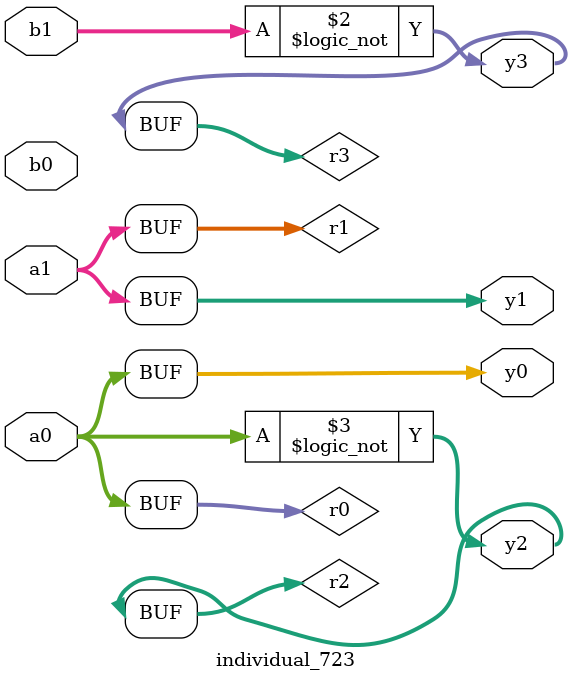
<source format=sv>
module individual_723(input logic [15:0] a1, input logic [15:0] a0, input logic [15:0] b1, input logic [15:0] b0, output logic [15:0] y3, output logic [15:0] y2, output logic [15:0] y1, output logic [15:0] y0);
logic [15:0] r0, r1, r2, r3; 
 always@(*) begin 
	 r0 = a0; r1 = a1; r2 = b0; r3 = b1; 
 	 r3 = ! b1 ;
 	 r2 = ! r0 ;
 	 y3 = r3; y2 = r2; y1 = r1; y0 = r0; 
end
endmodule
</source>
